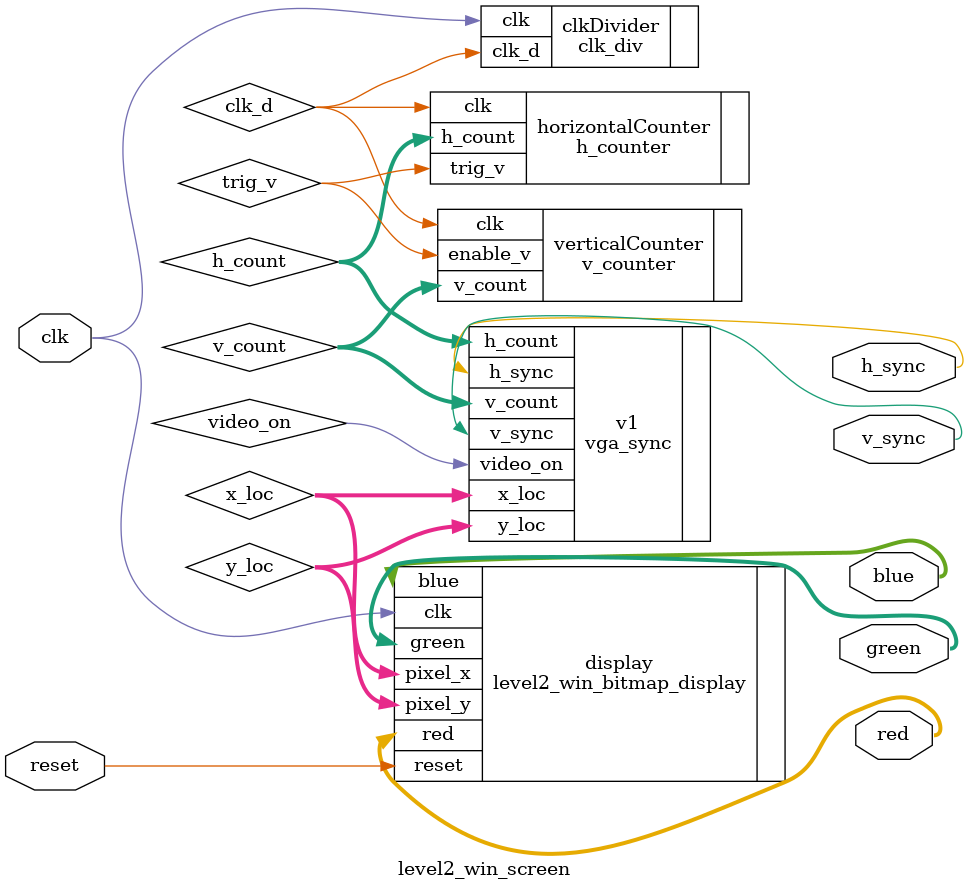
<source format=v>
`timescale 1ns / 1ps
module level2_win_screen(
    input clk,                    // System clock
    input reset,                  // Reset input
    output h_sync,                // Horizontal sync for VGA
    output v_sync,                // Vertical sync for VGA
    output [3:0] red,         // Red color output
    output [3:0] green,       // Green color output
    output [3:0] blue         // Blue color output
);

// Internal wires
wire clk_d;                     
wire [9:0] h_count;             
wire [9:0] v_count;             
wire video_on;                  
wire trig_v;                    
wire [9:0] x_loc;              
wire [9:0] y_loc;              

// Clock divider
clk_div clkDivider (
    .clk(clk),
    .clk_d(clk_d)
);

// Horizontal sync generator
h_counter horizontalCounter (
    .clk(clk_d),
    .h_count(h_count),
    .trig_v(trig_v)
);

// Vertical sync generator
v_counter verticalCounter (
    .clk(clk_d),
    .enable_v(trig_v),
    .v_count(v_count)
);

// VGA sync generator
vga_sync v1 (
    .h_count(h_count),
    .v_count(v_count),
    .h_sync(h_sync),
    .v_sync(v_sync),
    .video_on(video_on),
    .x_loc(x_loc),
    .y_loc(y_loc)
);

// VGA pixel output
level2_win_bitmap_display display (
    .clk(clk),
    .reset(reset),
    .pixel_x(x_loc),
    .pixel_y(y_loc),
    .red(red),
    .green(green),
    .blue(blue)
);

endmodule

</source>
